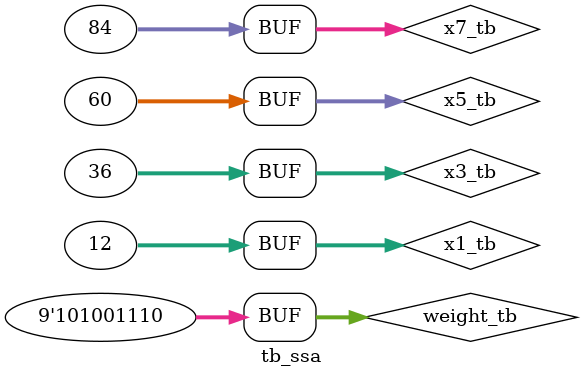
<source format=v>
`timescale 1ns / 1ps


module tb_ssa;
// ¶¨ÒåÊ±ÖÓºÍÊäÈëÐÅºÅ
    reg [31:0] x1_tb;
    reg [31:0] x3_tb;
    reg [31:0] x5_tb;
    reg [31:0] x7_tb;
    reg [8:0] weight_tb;

    // ¶¨ÒåÊä³öÐÅºÅ
    wire [31:0] result_tb;

    // ÊµÀý»¯±»²âÊÔÄ£¿é
    ssa uut(
        .x1(x1_tb),
        .x3(x3_tb),
        .x5(x5_tb),
        .x7(x7_tb),
        .weight(weight_tb),
        .result(result_tb)
    );

    // ³õÊ¼»¯ÊäÈëÖµ
    initial begin
        x1_tb = 12;
        x3_tb = 36;
        x5_tb = 60;
        x7_tb = 84;
        weight_tb = 9'b101001110;
    end

    // Ê¹ÓÃmonitorÊä³ö·ÂÕæ½á¹û
    // ÔÚÃ¿´Îx1_tb£¬x3_tb£¬x5_tb»ò
    // x7_tbÓÐÐÂÖµÊ±´¥·¢
    // %m£ºÄ£¿éÃû£¬%t£ºÊ±¼ä£¬%d£ºÊä³öÖµ
    // $display("result = %d", result_tb);      // Èç¹ûÒªÊä³öµ½¿ØÖÆÌ¨ÇëÈ¡Ïû×¢ÊÍ
    
    initial
    begin
        #10 x1_tb = 12;
        #10 x3_tb = 36;
        #10 x5_tb = 60;
        #10 x7_tb = 84;
        #10 weight_tb = 9'b101001110;
    end
endmodule

</source>
